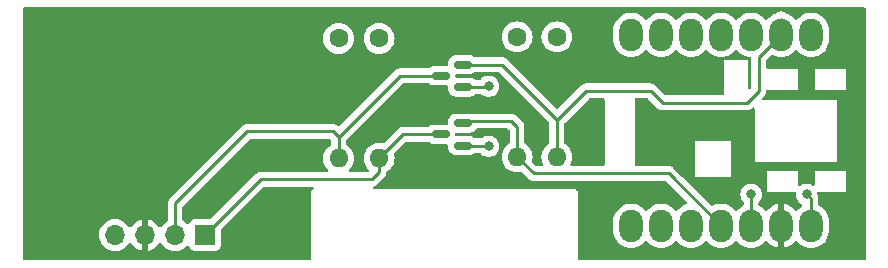
<source format=gbr>
%TF.GenerationSoftware,KiCad,Pcbnew,8.0.6*%
%TF.CreationDate,2024-11-24T09:52:55+11:00*%
%TF.ProjectId,cheating-calc,63686561-7469-46e6-972d-63616c632e6b,rev?*%
%TF.SameCoordinates,Original*%
%TF.FileFunction,Copper,L1,Top*%
%TF.FilePolarity,Positive*%
%FSLAX46Y46*%
G04 Gerber Fmt 4.6, Leading zero omitted, Abs format (unit mm)*
G04 Created by KiCad (PCBNEW 8.0.6) date 2024-11-24 09:52:55*
%MOMM*%
%LPD*%
G01*
G04 APERTURE LIST*
G04 Aperture macros list*
%AMRoundRect*
0 Rectangle with rounded corners*
0 $1 Rounding radius*
0 $2 $3 $4 $5 $6 $7 $8 $9 X,Y pos of 4 corners*
0 Add a 4 corners polygon primitive as box body*
4,1,4,$2,$3,$4,$5,$6,$7,$8,$9,$2,$3,0*
0 Add four circle primitives for the rounded corners*
1,1,$1+$1,$2,$3*
1,1,$1+$1,$4,$5*
1,1,$1+$1,$6,$7*
1,1,$1+$1,$8,$9*
0 Add four rect primitives between the rounded corners*
20,1,$1+$1,$2,$3,$4,$5,0*
20,1,$1+$1,$4,$5,$6,$7,0*
20,1,$1+$1,$6,$7,$8,$9,0*
20,1,$1+$1,$8,$9,$2,$3,0*%
G04 Aperture macros list end*
%TA.AperFunction,SMDPad,CuDef*%
%ADD10RoundRect,0.150000X0.587500X0.150000X-0.587500X0.150000X-0.587500X-0.150000X0.587500X-0.150000X0*%
%TD*%
%TA.AperFunction,ComponentPad*%
%ADD11R,1.700000X1.700000*%
%TD*%
%TA.AperFunction,ComponentPad*%
%ADD12O,1.700000X1.700000*%
%TD*%
%TA.AperFunction,ComponentPad*%
%ADD13C,1.600000*%
%TD*%
%TA.AperFunction,ComponentPad*%
%ADD14O,1.600000X1.600000*%
%TD*%
%TA.AperFunction,SMDPad,CuDef*%
%ADD15RoundRect,1.000000X-0.000010X0.375000X-0.000010X-0.375000X0.000010X-0.375000X0.000010X0.375000X0*%
%TD*%
%TA.AperFunction,ViaPad*%
%ADD16C,0.800000*%
%TD*%
%TA.AperFunction,Conductor*%
%ADD17C,0.250000*%
%TD*%
G04 APERTURE END LIST*
D10*
%TO.P,Q1,1,G*%
%TO.N,+3.3V*%
X122906000Y-64069000D03*
%TO.P,Q1,2,S*%
%TO.N,RING_GPIO*%
X122906000Y-62169000D03*
%TO.P,Q1,3,D*%
%TO.N,RING*%
X121031000Y-63119000D03*
%TD*%
D11*
%TO.P,J1,1,Pin_1*%
%TO.N,RING*%
X101092000Y-71628000D03*
D12*
%TO.P,J1,2,Pin_2*%
%TO.N,TIP*%
X98552000Y-71628000D03*
%TO.P,J1,3,Pin_3*%
%TO.N,GND*%
X96012000Y-71628000D03*
%TO.P,J1,4,Pin_4*%
%TO.N,+5V*%
X93472000Y-71628000D03*
%TD*%
D13*
%TO.P,R4,1*%
%TO.N,+5V*%
X112395000Y-54991000D03*
D14*
%TO.P,R4,2*%
%TO.N,TIP*%
X112395000Y-65151000D03*
%TD*%
D13*
%TO.P,R2,1*%
%TO.N,+3.3V*%
X130876000Y-54864000D03*
D14*
%TO.P,R2,2*%
%TO.N,TIP_GPIO*%
X130876000Y-65024000D03*
%TD*%
D15*
%TO.P,U1,1,PA02_A0_D0*%
%TO.N,unconnected-(U1-PA02_A0_D0-Pad1)*%
X152400000Y-54701000D03*
%TO.P,U1,2,PA4_A1_D1*%
%TO.N,TIP_GPIO*%
X149860000Y-54701000D03*
%TO.P,U1,3,PA10_A2_D2*%
%TO.N,unconnected-(U1-PA10_A2_D2-Pad3)*%
X147320000Y-54701000D03*
%TO.P,U1,4,PA11_A3_D3*%
%TO.N,unconnected-(U1-PA11_A3_D3-Pad4)*%
X144780000Y-54701000D03*
%TO.P,U1,5,PA8_A4_D4_SDA*%
%TO.N,unconnected-(U1-PA8_A4_D4_SDA-Pad5)*%
X142240000Y-54701000D03*
%TO.P,U1,6,PA9_A5_D5_SCL*%
%TO.N,unconnected-(U1-PA9_A5_D5_SCL-Pad6)*%
X139700000Y-54701000D03*
%TO.P,U1,7,PB08_A6_D6_TX*%
%TO.N,unconnected-(U1-PB08_A6_D6_TX-Pad7)*%
X137160000Y-54701000D03*
%TO.P,U1,8,PB09_A7_D7_RX*%
%TO.N,unconnected-(U1-PB09_A7_D7_RX-Pad8)*%
X137160000Y-70866000D03*
%TO.P,U1,9,PA7_A8_D8_SCK*%
%TO.N,unconnected-(U1-PA7_A8_D8_SCK-Pad9)*%
X139700000Y-70866000D03*
%TO.P,U1,10,PA5_A9_D9_MISO*%
%TO.N,unconnected-(U1-PA5_A9_D9_MISO-Pad10)*%
X142240000Y-70866000D03*
%TO.P,U1,11,PA6_A10_D10_MOSI*%
%TO.N,RING_GPIO*%
X144780000Y-70866000D03*
%TO.P,U1,12,3V3*%
%TO.N,+3.3V*%
X147320000Y-70866000D03*
%TO.P,U1,13,GND*%
%TO.N,GND*%
X149860000Y-70866000D03*
%TO.P,U1,14,5V*%
%TO.N,+5V*%
X152400000Y-70866000D03*
%TD*%
D13*
%TO.P,R3,1*%
%TO.N,+5V*%
X115824000Y-54991000D03*
D14*
%TO.P,R3,2*%
%TO.N,RING*%
X115824000Y-65151000D03*
%TD*%
D10*
%TO.P,Q2,1,G*%
%TO.N,+3.3V*%
X122906000Y-59116000D03*
%TO.P,Q2,2,S*%
%TO.N,TIP_GPIO*%
X122906000Y-57216000D03*
%TO.P,Q2,3,D*%
%TO.N,TIP*%
X121031000Y-58166000D03*
%TD*%
D13*
%TO.P,R1,1*%
%TO.N,+3.3V*%
X127508000Y-54864000D03*
D14*
%TO.P,R1,2*%
%TO.N,RING_GPIO*%
X127508000Y-65024000D03*
%TD*%
D16*
%TO.N,+5V*%
X152019000Y-68199000D03*
%TO.N,+3.3V*%
X147320000Y-68199000D03*
X125095000Y-64135000D03*
X125095000Y-59055000D03*
%TD*%
D17*
%TO.N,RING*%
X115824000Y-65151000D02*
X115824000Y-66294000D01*
X115824000Y-66294000D02*
X115189000Y-66929000D01*
X117856000Y-63119000D02*
X115824000Y-65151000D01*
X121031000Y-63119000D02*
X117856000Y-63119000D01*
X105791000Y-66929000D02*
X101092000Y-71628000D01*
X115189000Y-66929000D02*
X105791000Y-66929000D01*
%TO.N,TIP*%
X117602000Y-58166000D02*
X112395000Y-63373000D01*
X112395000Y-63373000D02*
X111887000Y-62865000D01*
X104648000Y-62865000D02*
X98552000Y-68961000D01*
X121031000Y-58166000D02*
X117602000Y-58166000D01*
X111887000Y-62865000D02*
X104648000Y-62865000D01*
X112395000Y-63373000D02*
X112395000Y-65151000D01*
X98552000Y-68961000D02*
X98552000Y-71628000D01*
%TO.N,RING_GPIO*%
X127508000Y-62508000D02*
X127000000Y-62000000D01*
X123075000Y-62000000D02*
X122906000Y-62169000D01*
X128905000Y-66421000D02*
X140335000Y-66421000D01*
X127508000Y-65024000D02*
X127508000Y-62508000D01*
X140335000Y-66421000D02*
X144780000Y-70866000D01*
X127000000Y-62000000D02*
X123075000Y-62000000D01*
X127508000Y-65024000D02*
X128905000Y-66421000D01*
%TO.N,TIP_GPIO*%
X146939000Y-60452000D02*
X139827000Y-60452000D01*
X130876000Y-65024000D02*
X130876000Y-61876000D01*
X149860000Y-54701000D02*
X149860000Y-53340000D01*
X147955000Y-59436000D02*
X146939000Y-60452000D01*
X133350000Y-59436000D02*
X130876000Y-61910000D01*
X130876000Y-61876000D02*
X126216000Y-57216000D01*
X147955000Y-56606000D02*
X147955000Y-59436000D01*
X149860000Y-54701000D02*
X147955000Y-56606000D01*
X126216000Y-57216000D02*
X122906000Y-57216000D01*
X139827000Y-60452000D02*
X138811000Y-59436000D01*
X130876000Y-61910000D02*
X130876000Y-65024000D01*
X138811000Y-59436000D02*
X133350000Y-59436000D01*
%TO.N,+5V*%
X152400000Y-70866000D02*
X152400000Y-68580000D01*
X152400000Y-68580000D02*
X152019000Y-68199000D01*
%TO.N,+3.3V*%
X122906000Y-64069000D02*
X125029000Y-64069000D01*
X122906000Y-59116000D02*
X125034000Y-59116000D01*
X125029000Y-64069000D02*
X125095000Y-64135000D01*
X147320000Y-70866000D02*
X147320000Y-68199000D01*
X125034000Y-59116000D02*
X125095000Y-59055000D01*
%TD*%
%TA.AperFunction,Conductor*%
%TO.N,GND*%
G36*
X156986802Y-52390185D02*
G01*
X157032557Y-52442989D01*
X157043763Y-52494500D01*
X157043763Y-73645704D01*
X157024078Y-73712743D01*
X156971274Y-73758498D01*
X156919763Y-73769704D01*
X132768733Y-73769704D01*
X132701694Y-73750019D01*
X132655939Y-73697215D01*
X132644733Y-73645704D01*
X132644733Y-68030490D01*
X132639441Y-68010740D01*
X132624254Y-67954062D01*
X132624250Y-67954055D01*
X132584697Y-67885546D01*
X132584691Y-67885538D01*
X132528745Y-67829592D01*
X132528737Y-67829586D01*
X132460228Y-67790033D01*
X132460223Y-67790030D01*
X132434746Y-67783203D01*
X132383795Y-67769551D01*
X115417634Y-67769551D01*
X115350595Y-67749866D01*
X115304840Y-67697062D01*
X115294896Y-67627904D01*
X115323921Y-67564348D01*
X115370177Y-67530992D01*
X115404787Y-67516654D01*
X115404786Y-67516654D01*
X115404792Y-67516652D01*
X115485286Y-67483312D01*
X115536509Y-67449084D01*
X115540386Y-67446494D01*
X115559057Y-67434018D01*
X115587733Y-67414858D01*
X115674858Y-67327733D01*
X115674859Y-67327730D01*
X116309858Y-66692733D01*
X116378312Y-66590285D01*
X116425463Y-66476451D01*
X116437400Y-66416440D01*
X116449501Y-66355608D01*
X116449729Y-66353293D01*
X116450187Y-66352157D01*
X116450690Y-66349631D01*
X116451169Y-66349726D01*
X116475888Y-66288506D01*
X116502007Y-66263871D01*
X116663139Y-66151047D01*
X116824047Y-65990139D01*
X116954568Y-65803734D01*
X117050739Y-65597496D01*
X117109635Y-65377692D01*
X117129468Y-65151000D01*
X117109635Y-64924308D01*
X117091318Y-64855947D01*
X117092981Y-64786101D01*
X117123410Y-64736178D01*
X118078771Y-63780819D01*
X118140094Y-63747334D01*
X118166452Y-63744500D01*
X119947691Y-63744500D01*
X120014730Y-63764185D01*
X120035372Y-63780819D01*
X120041629Y-63787076D01*
X120041633Y-63787079D01*
X120041635Y-63787081D01*
X120183102Y-63870744D01*
X120204119Y-63876850D01*
X120340926Y-63916597D01*
X120340929Y-63916597D01*
X120340931Y-63916598D01*
X120377806Y-63919500D01*
X121544000Y-63919500D01*
X121611039Y-63939185D01*
X121656794Y-63991989D01*
X121668000Y-64043500D01*
X121668000Y-64284701D01*
X121670901Y-64321567D01*
X121670902Y-64321573D01*
X121716754Y-64479393D01*
X121716755Y-64479396D01*
X121716756Y-64479398D01*
X121727915Y-64498267D01*
X121800417Y-64620862D01*
X121800423Y-64620870D01*
X121916629Y-64737076D01*
X121916633Y-64737079D01*
X121916635Y-64737081D01*
X122058102Y-64820744D01*
X122099724Y-64832836D01*
X122215926Y-64866597D01*
X122215929Y-64866597D01*
X122215931Y-64866598D01*
X122252806Y-64869500D01*
X122252814Y-64869500D01*
X123559186Y-64869500D01*
X123559194Y-64869500D01*
X123596069Y-64866598D01*
X123596071Y-64866597D01*
X123596073Y-64866597D01*
X123637691Y-64854505D01*
X123753898Y-64820744D01*
X123895365Y-64737081D01*
X123896918Y-64735528D01*
X123901628Y-64730819D01*
X123962951Y-64697334D01*
X123989309Y-64694500D01*
X124331825Y-64694500D01*
X124398864Y-64714185D01*
X124423975Y-64735528D01*
X124489123Y-64807883D01*
X124489130Y-64807889D01*
X124642265Y-64919148D01*
X124642270Y-64919151D01*
X124815192Y-64996142D01*
X124815197Y-64996144D01*
X125000354Y-65035500D01*
X125000355Y-65035500D01*
X125189644Y-65035500D01*
X125189646Y-65035500D01*
X125374803Y-64996144D01*
X125547730Y-64919151D01*
X125700871Y-64807888D01*
X125827533Y-64667216D01*
X125922179Y-64503284D01*
X125980674Y-64323256D01*
X126000460Y-64135000D01*
X125980674Y-63946744D01*
X125922179Y-63766716D01*
X125827533Y-63602784D01*
X125700871Y-63462112D01*
X125674976Y-63443298D01*
X125547734Y-63350851D01*
X125547729Y-63350848D01*
X125374807Y-63273857D01*
X125374802Y-63273855D01*
X125229001Y-63242865D01*
X125189646Y-63234500D01*
X125000354Y-63234500D01*
X124967897Y-63241398D01*
X124815197Y-63273855D01*
X124815192Y-63273857D01*
X124642270Y-63350848D01*
X124642265Y-63350851D01*
X124547341Y-63419818D01*
X124481535Y-63443298D01*
X124474456Y-63443500D01*
X123989309Y-63443500D01*
X123922270Y-63423815D01*
X123901628Y-63407181D01*
X123895370Y-63400923D01*
X123895362Y-63400917D01*
X123753896Y-63317255D01*
X123753893Y-63317254D01*
X123596073Y-63271402D01*
X123596067Y-63271401D01*
X123559201Y-63268500D01*
X123559194Y-63268500D01*
X122393000Y-63268500D01*
X122325961Y-63248815D01*
X122280206Y-63196011D01*
X122269000Y-63144500D01*
X122269000Y-63093500D01*
X122288685Y-63026461D01*
X122341489Y-62980706D01*
X122393000Y-62969500D01*
X123559186Y-62969500D01*
X123559194Y-62969500D01*
X123596069Y-62966598D01*
X123596071Y-62966597D01*
X123596073Y-62966597D01*
X123637691Y-62954505D01*
X123753898Y-62920744D01*
X123895365Y-62837081D01*
X124011581Y-62720865D01*
X124031976Y-62686379D01*
X124083045Y-62638696D01*
X124138708Y-62625500D01*
X126689548Y-62625500D01*
X126756587Y-62645185D01*
X126777229Y-62661819D01*
X126846181Y-62730771D01*
X126879666Y-62792094D01*
X126882500Y-62818452D01*
X126882500Y-63809811D01*
X126862815Y-63876850D01*
X126829623Y-63911386D01*
X126668859Y-64023953D01*
X126507954Y-64184858D01*
X126377432Y-64371265D01*
X126377431Y-64371267D01*
X126281261Y-64577502D01*
X126281258Y-64577511D01*
X126222366Y-64797302D01*
X126222364Y-64797313D01*
X126202532Y-65023998D01*
X126202532Y-65024001D01*
X126222364Y-65250686D01*
X126222366Y-65250697D01*
X126281258Y-65470488D01*
X126281261Y-65470497D01*
X126377431Y-65676732D01*
X126377432Y-65676734D01*
X126507954Y-65863141D01*
X126668858Y-66024045D01*
X126715693Y-66056839D01*
X126855266Y-66154568D01*
X127061504Y-66250739D01*
X127281308Y-66309635D01*
X127438791Y-66323413D01*
X127507998Y-66329468D01*
X127508000Y-66329468D01*
X127508002Y-66329468D01*
X127575654Y-66323549D01*
X127734692Y-66309635D01*
X127803048Y-66291319D01*
X127872897Y-66292982D01*
X127922822Y-66323413D01*
X128419141Y-66819732D01*
X128419142Y-66819733D01*
X128506267Y-66906858D01*
X128506268Y-66906859D01*
X128608707Y-66975307D01*
X128608713Y-66975310D01*
X128608714Y-66975311D01*
X128722548Y-67022463D01*
X128782971Y-67034481D01*
X128843393Y-67046500D01*
X128843394Y-67046500D01*
X140024548Y-67046500D01*
X140091587Y-67066185D01*
X140112229Y-67082819D01*
X141869064Y-68839654D01*
X141902549Y-68900977D01*
X141897565Y-68970669D01*
X141855693Y-69026602D01*
X141814868Y-69045064D01*
X141815293Y-69046490D01*
X141810374Y-69047953D01*
X141578730Y-69138342D01*
X141365097Y-69265639D01*
X141175350Y-69426348D01*
X141175348Y-69426350D01*
X141064622Y-69557084D01*
X141006273Y-69595519D01*
X140936408Y-69596306D01*
X140877208Y-69559197D01*
X140875378Y-69557084D01*
X140764651Y-69426350D01*
X140764649Y-69426348D01*
X140574902Y-69265639D01*
X140475187Y-69206222D01*
X140361273Y-69138344D01*
X140361271Y-69138343D01*
X140361269Y-69138342D01*
X140129625Y-69047953D01*
X140129615Y-69047950D01*
X139886238Y-68996919D01*
X139886235Y-68996918D01*
X139782850Y-68990500D01*
X139782842Y-68990500D01*
X139617158Y-68990500D01*
X139617149Y-68990500D01*
X139513764Y-68996918D01*
X139513761Y-68996919D01*
X139270384Y-69047950D01*
X139270374Y-69047953D01*
X139038730Y-69138342D01*
X138825097Y-69265639D01*
X138635350Y-69426348D01*
X138635348Y-69426350D01*
X138524622Y-69557084D01*
X138466273Y-69595519D01*
X138396408Y-69596306D01*
X138337208Y-69559197D01*
X138335378Y-69557084D01*
X138224651Y-69426350D01*
X138224649Y-69426348D01*
X138034902Y-69265639D01*
X137935187Y-69206222D01*
X137821273Y-69138344D01*
X137821271Y-69138343D01*
X137821269Y-69138342D01*
X137589625Y-69047953D01*
X137589615Y-69047950D01*
X137346238Y-68996919D01*
X137346235Y-68996918D01*
X137242850Y-68990500D01*
X137242842Y-68990500D01*
X137077158Y-68990500D01*
X137077149Y-68990500D01*
X136973764Y-68996918D01*
X136973761Y-68996919D01*
X136730384Y-69047950D01*
X136730374Y-69047953D01*
X136498730Y-69138342D01*
X136285097Y-69265639D01*
X136095350Y-69426348D01*
X136095348Y-69426350D01*
X135934639Y-69616097D01*
X135807342Y-69829730D01*
X135716953Y-70061374D01*
X135716950Y-70061384D01*
X135665919Y-70304761D01*
X135665918Y-70304764D01*
X135659500Y-70408149D01*
X135659500Y-71323850D01*
X135665918Y-71427235D01*
X135665919Y-71427238D01*
X135716950Y-71670615D01*
X135716953Y-71670625D01*
X135807342Y-71902269D01*
X135807344Y-71902273D01*
X135934634Y-72115894D01*
X135934639Y-72115902D01*
X136095348Y-72305649D01*
X136095350Y-72305651D01*
X136285097Y-72466360D01*
X136285103Y-72466363D01*
X136285106Y-72466366D01*
X136498727Y-72593656D01*
X136498730Y-72593657D01*
X136730374Y-72684046D01*
X136730381Y-72684048D01*
X136730386Y-72684050D01*
X136973763Y-72735081D01*
X137077158Y-72741500D01*
X137077169Y-72741500D01*
X137242831Y-72741500D01*
X137242842Y-72741500D01*
X137346237Y-72735081D01*
X137589614Y-72684050D01*
X137589621Y-72684046D01*
X137589625Y-72684046D01*
X137668980Y-72653080D01*
X137821273Y-72593656D01*
X138034894Y-72466366D01*
X138034898Y-72466361D01*
X138034902Y-72466360D01*
X138224649Y-72305651D01*
X138224650Y-72305650D01*
X138335378Y-72174915D01*
X138393726Y-72136480D01*
X138463591Y-72135693D01*
X138522792Y-72172802D01*
X138524622Y-72174915D01*
X138635349Y-72305650D01*
X138635350Y-72305651D01*
X138825097Y-72466360D01*
X138825103Y-72466363D01*
X138825106Y-72466366D01*
X139038727Y-72593656D01*
X139038730Y-72593657D01*
X139270374Y-72684046D01*
X139270381Y-72684048D01*
X139270386Y-72684050D01*
X139513763Y-72735081D01*
X139617158Y-72741500D01*
X139617169Y-72741500D01*
X139782831Y-72741500D01*
X139782842Y-72741500D01*
X139886237Y-72735081D01*
X140129614Y-72684050D01*
X140129621Y-72684046D01*
X140129625Y-72684046D01*
X140208980Y-72653080D01*
X140361273Y-72593656D01*
X140574894Y-72466366D01*
X140574898Y-72466361D01*
X140574902Y-72466360D01*
X140764649Y-72305651D01*
X140764650Y-72305650D01*
X140875378Y-72174915D01*
X140933726Y-72136480D01*
X141003591Y-72135693D01*
X141062792Y-72172802D01*
X141064622Y-72174915D01*
X141175349Y-72305650D01*
X141175350Y-72305651D01*
X141365097Y-72466360D01*
X141365103Y-72466363D01*
X141365106Y-72466366D01*
X141578727Y-72593656D01*
X141578730Y-72593657D01*
X141810374Y-72684046D01*
X141810381Y-72684048D01*
X141810386Y-72684050D01*
X142053763Y-72735081D01*
X142157158Y-72741500D01*
X142157169Y-72741500D01*
X142322831Y-72741500D01*
X142322842Y-72741500D01*
X142426237Y-72735081D01*
X142669614Y-72684050D01*
X142669621Y-72684046D01*
X142669625Y-72684046D01*
X142748980Y-72653080D01*
X142901273Y-72593656D01*
X143114894Y-72466366D01*
X143114898Y-72466361D01*
X143114902Y-72466360D01*
X143304649Y-72305651D01*
X143304650Y-72305650D01*
X143415378Y-72174915D01*
X143473726Y-72136480D01*
X143543591Y-72135693D01*
X143602792Y-72172802D01*
X143604622Y-72174915D01*
X143715349Y-72305650D01*
X143715350Y-72305651D01*
X143905097Y-72466360D01*
X143905103Y-72466363D01*
X143905106Y-72466366D01*
X144118727Y-72593656D01*
X144118730Y-72593657D01*
X144350374Y-72684046D01*
X144350381Y-72684048D01*
X144350386Y-72684050D01*
X144593763Y-72735081D01*
X144697158Y-72741500D01*
X144697169Y-72741500D01*
X144862831Y-72741500D01*
X144862842Y-72741500D01*
X144966237Y-72735081D01*
X145209614Y-72684050D01*
X145209621Y-72684046D01*
X145209625Y-72684046D01*
X145288980Y-72653080D01*
X145441273Y-72593656D01*
X145654894Y-72466366D01*
X145654898Y-72466361D01*
X145654902Y-72466360D01*
X145844649Y-72305651D01*
X145844650Y-72305650D01*
X145955378Y-72174915D01*
X146013726Y-72136480D01*
X146083591Y-72135693D01*
X146142792Y-72172802D01*
X146144622Y-72174915D01*
X146255349Y-72305650D01*
X146255350Y-72305651D01*
X146445097Y-72466360D01*
X146445103Y-72466363D01*
X146445106Y-72466366D01*
X146658727Y-72593656D01*
X146658730Y-72593657D01*
X146890374Y-72684046D01*
X146890381Y-72684048D01*
X146890386Y-72684050D01*
X147133763Y-72735081D01*
X147237158Y-72741500D01*
X147237169Y-72741500D01*
X147402831Y-72741500D01*
X147402842Y-72741500D01*
X147506237Y-72735081D01*
X147749614Y-72684050D01*
X147749621Y-72684046D01*
X147749625Y-72684046D01*
X147828980Y-72653080D01*
X147981273Y-72593656D01*
X148194894Y-72466366D01*
X148194898Y-72466361D01*
X148194902Y-72466360D01*
X148321398Y-72359222D01*
X148384650Y-72305650D01*
X148495706Y-72174526D01*
X148554053Y-72136093D01*
X148623918Y-72135306D01*
X148683118Y-72172415D01*
X148684949Y-72174527D01*
X148795707Y-72305298D01*
X148985391Y-72465953D01*
X149198950Y-72593206D01*
X149430517Y-72683564D01*
X149430527Y-72683567D01*
X149610000Y-72721198D01*
X149610000Y-69010800D01*
X149609999Y-69010800D01*
X149430527Y-69048432D01*
X149430519Y-69048434D01*
X149198950Y-69138793D01*
X148985391Y-69266046D01*
X148795707Y-69426702D01*
X148684949Y-69557472D01*
X148626600Y-69595906D01*
X148556735Y-69596693D01*
X148497535Y-69559583D01*
X148495705Y-69557471D01*
X148384650Y-69426349D01*
X148384649Y-69426348D01*
X148194902Y-69265639D01*
X148194894Y-69265634D01*
X148006025Y-69153092D01*
X147958512Y-69101867D01*
X147945500Y-69046571D01*
X147945500Y-68897687D01*
X147965185Y-68830648D01*
X147977350Y-68814715D01*
X147995891Y-68794122D01*
X148052533Y-68731216D01*
X148147179Y-68567284D01*
X148205674Y-68387256D01*
X148225460Y-68199000D01*
X148205674Y-68010744D01*
X148190161Y-67963000D01*
X148631000Y-67963000D01*
X151000629Y-67963000D01*
X151067668Y-67982685D01*
X151113423Y-68035489D01*
X151123949Y-68099958D01*
X151113540Y-68199000D01*
X151133326Y-68387256D01*
X151133327Y-68387259D01*
X151191818Y-68567277D01*
X151191821Y-68567284D01*
X151286467Y-68731216D01*
X151329086Y-68778549D01*
X151413129Y-68871888D01*
X151566265Y-68983148D01*
X151566266Y-68983148D01*
X151566270Y-68983151D01*
X151595455Y-68996145D01*
X151648692Y-69041395D01*
X151669013Y-69108244D01*
X151649968Y-69175468D01*
X151608494Y-69215945D01*
X151554198Y-69248298D01*
X151525097Y-69265639D01*
X151335352Y-69426346D01*
X151224294Y-69557472D01*
X151165945Y-69595906D01*
X151096080Y-69596693D01*
X151036880Y-69559584D01*
X151035050Y-69557471D01*
X150924296Y-69426705D01*
X150924294Y-69426703D01*
X150734608Y-69266046D01*
X150521049Y-69138793D01*
X150289480Y-69048434D01*
X150289472Y-69048432D01*
X150110000Y-69010800D01*
X150110000Y-72721198D01*
X150289472Y-72683567D01*
X150289482Y-72683564D01*
X150521049Y-72593206D01*
X150734608Y-72465953D01*
X150924291Y-72305298D01*
X151035048Y-72174528D01*
X151093397Y-72136093D01*
X151163262Y-72135305D01*
X151222462Y-72172415D01*
X151224293Y-72174527D01*
X151335352Y-72305653D01*
X151525097Y-72466360D01*
X151525103Y-72466363D01*
X151525106Y-72466366D01*
X151738727Y-72593656D01*
X151738730Y-72593657D01*
X151970374Y-72684046D01*
X151970381Y-72684048D01*
X151970386Y-72684050D01*
X152213763Y-72735081D01*
X152317158Y-72741500D01*
X152317169Y-72741500D01*
X152482831Y-72741500D01*
X152482842Y-72741500D01*
X152586237Y-72735081D01*
X152829614Y-72684050D01*
X152829621Y-72684046D01*
X152829625Y-72684046D01*
X152908980Y-72653080D01*
X153061273Y-72593656D01*
X153274894Y-72466366D01*
X153274898Y-72466361D01*
X153274902Y-72466360D01*
X153464649Y-72305651D01*
X153464651Y-72305649D01*
X153625360Y-72115902D01*
X153625361Y-72115898D01*
X153625366Y-72115894D01*
X153752656Y-71902273D01*
X153843050Y-71670614D01*
X153894081Y-71427237D01*
X153900500Y-71323842D01*
X153900500Y-70408158D01*
X153894081Y-70304763D01*
X153843050Y-70061386D01*
X153843048Y-70061381D01*
X153843046Y-70061374D01*
X153752657Y-69829730D01*
X153752656Y-69829727D01*
X153625366Y-69616106D01*
X153625363Y-69616103D01*
X153625360Y-69616097D01*
X153464651Y-69426350D01*
X153464649Y-69426348D01*
X153274902Y-69265639D01*
X153274894Y-69265634D01*
X153086025Y-69153092D01*
X153038512Y-69101867D01*
X153025500Y-69046571D01*
X153025500Y-68518393D01*
X153025499Y-68518389D01*
X153001464Y-68397555D01*
X153001463Y-68397548D01*
X152954311Y-68283714D01*
X152945356Y-68270313D01*
X152924480Y-68203636D01*
X152924460Y-68201424D01*
X152924460Y-68199003D01*
X152924460Y-68199000D01*
X152914050Y-68099958D01*
X152926619Y-68031232D01*
X152974351Y-67980208D01*
X153037371Y-67963000D01*
X155362000Y-67963000D01*
X155362000Y-66185000D01*
X152695000Y-66185000D01*
X152695000Y-67333700D01*
X152675315Y-67400739D01*
X152622511Y-67446494D01*
X152553353Y-67456438D01*
X152498115Y-67434018D01*
X152471734Y-67414851D01*
X152471729Y-67414848D01*
X152298807Y-67337857D01*
X152298802Y-67337855D01*
X152153001Y-67306865D01*
X152113646Y-67298500D01*
X151924354Y-67298500D01*
X151891897Y-67305398D01*
X151739197Y-67337855D01*
X151739192Y-67337857D01*
X151566271Y-67414848D01*
X151494885Y-67466713D01*
X151429078Y-67490192D01*
X151361024Y-67474366D01*
X151312330Y-67424260D01*
X151298000Y-67366394D01*
X151298000Y-66185000D01*
X148631000Y-66185000D01*
X148631000Y-67963000D01*
X148190161Y-67963000D01*
X148147179Y-67830716D01*
X148052533Y-67666784D01*
X147925871Y-67526112D01*
X147925870Y-67526111D01*
X147772734Y-67414851D01*
X147772729Y-67414848D01*
X147599807Y-67337857D01*
X147599802Y-67337855D01*
X147454001Y-67306865D01*
X147414646Y-67298500D01*
X147225354Y-67298500D01*
X147192897Y-67305398D01*
X147040197Y-67337855D01*
X147040192Y-67337857D01*
X146867270Y-67414848D01*
X146867265Y-67414851D01*
X146714129Y-67526111D01*
X146587466Y-67666785D01*
X146492821Y-67830715D01*
X146492818Y-67830722D01*
X146443443Y-67982685D01*
X146434326Y-68010744D01*
X146414540Y-68199000D01*
X146434326Y-68387256D01*
X146434327Y-68387259D01*
X146492818Y-68567277D01*
X146492821Y-68567284D01*
X146587467Y-68731216D01*
X146630076Y-68778538D01*
X146662650Y-68814715D01*
X146692880Y-68877706D01*
X146694500Y-68897687D01*
X146694500Y-69046571D01*
X146674815Y-69113610D01*
X146633975Y-69153092D01*
X146544813Y-69206222D01*
X146445097Y-69265639D01*
X146255350Y-69426348D01*
X146255348Y-69426350D01*
X146144622Y-69557084D01*
X146086273Y-69595519D01*
X146016408Y-69596306D01*
X145957208Y-69559197D01*
X145955378Y-69557084D01*
X145844651Y-69426350D01*
X145844649Y-69426348D01*
X145654902Y-69265639D01*
X145555187Y-69206222D01*
X145441273Y-69138344D01*
X145441271Y-69138343D01*
X145441269Y-69138342D01*
X145209625Y-69047953D01*
X145209615Y-69047950D01*
X144966238Y-68996919D01*
X144966235Y-68996918D01*
X144862850Y-68990500D01*
X144862842Y-68990500D01*
X144697158Y-68990500D01*
X144697149Y-68990500D01*
X144593764Y-68996918D01*
X144593761Y-68996919D01*
X144350384Y-69047950D01*
X144350374Y-69047953D01*
X144118728Y-69138343D01*
X144118727Y-69138343D01*
X144087721Y-69156819D01*
X144020054Y-69174225D01*
X143953719Y-69152284D01*
X143936567Y-69137977D01*
X141491590Y-66693000D01*
X142535000Y-66693000D01*
X145583000Y-66693000D01*
X145583000Y-63645000D01*
X142535000Y-63645000D01*
X142535000Y-66693000D01*
X141491590Y-66693000D01*
X140825198Y-66026608D01*
X140825178Y-66026586D01*
X140733733Y-65935141D01*
X140682509Y-65900915D01*
X140631287Y-65866689D01*
X140631286Y-65866688D01*
X140631283Y-65866686D01*
X140631280Y-65866685D01*
X140550792Y-65833347D01*
X140517453Y-65819537D01*
X140507427Y-65817543D01*
X140457029Y-65807518D01*
X140396610Y-65795500D01*
X140396607Y-65795500D01*
X140396606Y-65795500D01*
X137579000Y-65795500D01*
X137511961Y-65775815D01*
X137466206Y-65723011D01*
X137455000Y-65671500D01*
X137455000Y-60185500D01*
X137474685Y-60118461D01*
X137527489Y-60072706D01*
X137579000Y-60061500D01*
X138500548Y-60061500D01*
X138567587Y-60081185D01*
X138588229Y-60097819D01*
X139338016Y-60847606D01*
X139338045Y-60847637D01*
X139428264Y-60937856D01*
X139428267Y-60937858D01*
X139479490Y-60972084D01*
X139530714Y-61006312D01*
X139530715Y-61006312D01*
X139530716Y-61006313D01*
X139570960Y-61022982D01*
X139611207Y-61039652D01*
X139644548Y-61053463D01*
X139704971Y-61065481D01*
X139765393Y-61077500D01*
X147000607Y-61077500D01*
X147061029Y-61065481D01*
X147121452Y-61053463D01*
X147121455Y-61053461D01*
X147121458Y-61053461D01*
X147154787Y-61039654D01*
X147154786Y-61039654D01*
X147154792Y-61039652D01*
X147235286Y-61006312D01*
X147286509Y-60972084D01*
X147286511Y-60972083D01*
X147313255Y-60954213D01*
X147337733Y-60937858D01*
X147403320Y-60872270D01*
X147464641Y-60838787D01*
X147534333Y-60843771D01*
X147590267Y-60885642D01*
X147614684Y-60951106D01*
X147615000Y-60959953D01*
X147615000Y-65423000D01*
X154600000Y-65423000D01*
X154600000Y-60216000D01*
X148358951Y-60216000D01*
X148291912Y-60196315D01*
X148246157Y-60143511D01*
X148236213Y-60074353D01*
X148265238Y-60010797D01*
X148271251Y-60004337D01*
X148353729Y-59921860D01*
X148353733Y-59921858D01*
X148440858Y-59834733D01*
X148493800Y-59755500D01*
X148509312Y-59732286D01*
X148556463Y-59618451D01*
X148580500Y-59497607D01*
X148580500Y-59451000D01*
X148600185Y-59383961D01*
X148652989Y-59338206D01*
X148704500Y-59327000D01*
X151298000Y-59327000D01*
X152695000Y-59327000D01*
X155362000Y-59327000D01*
X155362000Y-57549000D01*
X152695000Y-57549000D01*
X152695000Y-59327000D01*
X151298000Y-59327000D01*
X151298000Y-57549000D01*
X148704500Y-57549000D01*
X148637461Y-57529315D01*
X148591706Y-57476511D01*
X148580500Y-57425000D01*
X148580500Y-56916451D01*
X148600185Y-56849412D01*
X148616815Y-56828774D01*
X149016568Y-56429020D01*
X149077889Y-56395537D01*
X149147580Y-56400521D01*
X149167718Y-56410178D01*
X149198727Y-56428656D01*
X149198730Y-56428657D01*
X149430374Y-56519046D01*
X149430381Y-56519048D01*
X149430386Y-56519050D01*
X149673763Y-56570081D01*
X149777158Y-56576500D01*
X149777169Y-56576500D01*
X149942831Y-56576500D01*
X149942842Y-56576500D01*
X150046237Y-56570081D01*
X150289614Y-56519050D01*
X150289621Y-56519046D01*
X150289625Y-56519046D01*
X150430038Y-56464256D01*
X150521273Y-56428656D01*
X150734894Y-56301366D01*
X150734898Y-56301361D01*
X150734902Y-56301360D01*
X150924649Y-56140651D01*
X150924650Y-56140650D01*
X151035378Y-56009915D01*
X151093726Y-55971480D01*
X151163591Y-55970693D01*
X151222792Y-56007802D01*
X151224622Y-56009915D01*
X151335349Y-56140650D01*
X151335350Y-56140651D01*
X151525097Y-56301360D01*
X151525103Y-56301363D01*
X151525106Y-56301366D01*
X151738727Y-56428656D01*
X151738730Y-56428657D01*
X151970374Y-56519046D01*
X151970381Y-56519048D01*
X151970386Y-56519050D01*
X152213763Y-56570081D01*
X152317158Y-56576500D01*
X152317169Y-56576500D01*
X152482831Y-56576500D01*
X152482842Y-56576500D01*
X152586237Y-56570081D01*
X152829614Y-56519050D01*
X152829621Y-56519046D01*
X152829625Y-56519046D01*
X152970038Y-56464256D01*
X153061273Y-56428656D01*
X153274894Y-56301366D01*
X153274898Y-56301361D01*
X153274902Y-56301360D01*
X153464649Y-56140651D01*
X153464651Y-56140649D01*
X153625360Y-55950902D01*
X153625361Y-55950898D01*
X153625366Y-55950894D01*
X153752656Y-55737273D01*
X153843050Y-55505614D01*
X153894081Y-55262237D01*
X153900500Y-55158842D01*
X153900500Y-54243158D01*
X153894081Y-54139763D01*
X153843050Y-53896386D01*
X153843048Y-53896381D01*
X153843046Y-53896374D01*
X153752657Y-53664730D01*
X153752656Y-53664727D01*
X153625366Y-53451106D01*
X153625363Y-53451103D01*
X153625360Y-53451097D01*
X153464651Y-53261350D01*
X153464649Y-53261348D01*
X153274902Y-53100639D01*
X153274894Y-53100634D01*
X153061273Y-52973344D01*
X153061271Y-52973343D01*
X153061269Y-52973342D01*
X152829625Y-52882953D01*
X152829615Y-52882950D01*
X152586238Y-52831919D01*
X152586235Y-52831918D01*
X152482850Y-52825500D01*
X152482842Y-52825500D01*
X152317158Y-52825500D01*
X152317149Y-52825500D01*
X152213764Y-52831918D01*
X152213761Y-52831919D01*
X151970384Y-52882950D01*
X151970374Y-52882953D01*
X151738730Y-52973342D01*
X151525097Y-53100639D01*
X151335350Y-53261348D01*
X151335348Y-53261350D01*
X151224622Y-53392084D01*
X151166273Y-53430519D01*
X151096408Y-53431306D01*
X151037208Y-53394197D01*
X151035378Y-53392084D01*
X150924651Y-53261350D01*
X150924649Y-53261348D01*
X150734902Y-53100639D01*
X150734894Y-53100634D01*
X150521273Y-52973344D01*
X150521271Y-52973343D01*
X150521269Y-52973342D01*
X150310435Y-52891074D01*
X150267827Y-52863236D01*
X150258733Y-52854142D01*
X150225474Y-52831919D01*
X150156292Y-52785692D01*
X150156283Y-52785687D01*
X150042454Y-52738538D01*
X150042455Y-52738538D01*
X150042452Y-52738537D01*
X150042448Y-52738536D01*
X150042444Y-52738535D01*
X149921610Y-52714500D01*
X149921606Y-52714500D01*
X149798394Y-52714500D01*
X149798389Y-52714500D01*
X149677555Y-52738535D01*
X149677545Y-52738538D01*
X149563716Y-52785687D01*
X149563708Y-52785692D01*
X149461265Y-52854143D01*
X149461264Y-52854143D01*
X149452166Y-52863242D01*
X149409564Y-52891074D01*
X149198729Y-52973343D01*
X148985097Y-53100639D01*
X148795350Y-53261348D01*
X148795348Y-53261350D01*
X148684622Y-53392084D01*
X148626273Y-53430519D01*
X148556408Y-53431306D01*
X148497208Y-53394197D01*
X148495378Y-53392084D01*
X148384651Y-53261350D01*
X148384649Y-53261348D01*
X148194902Y-53100639D01*
X148194894Y-53100634D01*
X147981273Y-52973344D01*
X147981271Y-52973343D01*
X147981269Y-52973342D01*
X147749625Y-52882953D01*
X147749615Y-52882950D01*
X147506238Y-52831919D01*
X147506235Y-52831918D01*
X147402850Y-52825500D01*
X147402842Y-52825500D01*
X147237158Y-52825500D01*
X147237149Y-52825500D01*
X147133764Y-52831918D01*
X147133761Y-52831919D01*
X146890384Y-52882950D01*
X146890374Y-52882953D01*
X146658730Y-52973342D01*
X146445097Y-53100639D01*
X146255350Y-53261348D01*
X146255348Y-53261350D01*
X146144622Y-53392084D01*
X146086273Y-53430519D01*
X146016408Y-53431306D01*
X145957208Y-53394197D01*
X145955378Y-53392084D01*
X145844651Y-53261350D01*
X145844649Y-53261348D01*
X145654902Y-53100639D01*
X145654894Y-53100634D01*
X145441273Y-52973344D01*
X145441271Y-52973343D01*
X145441269Y-52973342D01*
X145209625Y-52882953D01*
X145209615Y-52882950D01*
X144966238Y-52831919D01*
X144966235Y-52831918D01*
X144862850Y-52825500D01*
X144862842Y-52825500D01*
X144697158Y-52825500D01*
X144697149Y-52825500D01*
X144593764Y-52831918D01*
X144593761Y-52831919D01*
X144350384Y-52882950D01*
X144350374Y-52882953D01*
X144118730Y-52973342D01*
X143905097Y-53100639D01*
X143715350Y-53261348D01*
X143715348Y-53261350D01*
X143604622Y-53392084D01*
X143546273Y-53430519D01*
X143476408Y-53431306D01*
X143417208Y-53394197D01*
X143415378Y-53392084D01*
X143304651Y-53261350D01*
X143304649Y-53261348D01*
X143114902Y-53100639D01*
X143114894Y-53100634D01*
X142901273Y-52973344D01*
X142901271Y-52973343D01*
X142901269Y-52973342D01*
X142669625Y-52882953D01*
X142669615Y-52882950D01*
X142426238Y-52831919D01*
X142426235Y-52831918D01*
X142322850Y-52825500D01*
X142322842Y-52825500D01*
X142157158Y-52825500D01*
X142157149Y-52825500D01*
X142053764Y-52831918D01*
X142053761Y-52831919D01*
X141810384Y-52882950D01*
X141810374Y-52882953D01*
X141578730Y-52973342D01*
X141365097Y-53100639D01*
X141175350Y-53261348D01*
X141175348Y-53261350D01*
X141064622Y-53392084D01*
X141006273Y-53430519D01*
X140936408Y-53431306D01*
X140877208Y-53394197D01*
X140875378Y-53392084D01*
X140764651Y-53261350D01*
X140764649Y-53261348D01*
X140574902Y-53100639D01*
X140574894Y-53100634D01*
X140361273Y-52973344D01*
X140361271Y-52973343D01*
X140361269Y-52973342D01*
X140129625Y-52882953D01*
X140129615Y-52882950D01*
X139886238Y-52831919D01*
X139886235Y-52831918D01*
X139782850Y-52825500D01*
X139782842Y-52825500D01*
X139617158Y-52825500D01*
X139617149Y-52825500D01*
X139513764Y-52831918D01*
X139513761Y-52831919D01*
X139270384Y-52882950D01*
X139270374Y-52882953D01*
X139038730Y-52973342D01*
X138825097Y-53100639D01*
X138635350Y-53261348D01*
X138635348Y-53261350D01*
X138524622Y-53392084D01*
X138466273Y-53430519D01*
X138396408Y-53431306D01*
X138337208Y-53394197D01*
X138335378Y-53392084D01*
X138224651Y-53261350D01*
X138224649Y-53261348D01*
X138034902Y-53100639D01*
X138034894Y-53100634D01*
X137821273Y-52973344D01*
X137821271Y-52973343D01*
X137821269Y-52973342D01*
X137589625Y-52882953D01*
X137589615Y-52882950D01*
X137346238Y-52831919D01*
X137346235Y-52831918D01*
X137242850Y-52825500D01*
X137242842Y-52825500D01*
X137077158Y-52825500D01*
X137077149Y-52825500D01*
X136973764Y-52831918D01*
X136973761Y-52831919D01*
X136730384Y-52882950D01*
X136730374Y-52882953D01*
X136498730Y-52973342D01*
X136285097Y-53100639D01*
X136095350Y-53261348D01*
X136095348Y-53261350D01*
X135934639Y-53451097D01*
X135807342Y-53664730D01*
X135716953Y-53896374D01*
X135716950Y-53896384D01*
X135665919Y-54139761D01*
X135665918Y-54139764D01*
X135659500Y-54243149D01*
X135659500Y-55158850D01*
X135665918Y-55262235D01*
X135665919Y-55262238D01*
X135716950Y-55505615D01*
X135716953Y-55505625D01*
X135807342Y-55737269D01*
X135807344Y-55737273D01*
X135882885Y-55864047D01*
X135934639Y-55950902D01*
X136095348Y-56140649D01*
X136095350Y-56140651D01*
X136285097Y-56301360D01*
X136285103Y-56301363D01*
X136285106Y-56301366D01*
X136498727Y-56428656D01*
X136498730Y-56428657D01*
X136730374Y-56519046D01*
X136730381Y-56519048D01*
X136730386Y-56519050D01*
X136973763Y-56570081D01*
X137077158Y-56576500D01*
X137077169Y-56576500D01*
X137242831Y-56576500D01*
X137242842Y-56576500D01*
X137346237Y-56570081D01*
X137589614Y-56519050D01*
X137589621Y-56519046D01*
X137589625Y-56519046D01*
X137730038Y-56464256D01*
X137821273Y-56428656D01*
X138034894Y-56301366D01*
X138034898Y-56301361D01*
X138034902Y-56301360D01*
X138224649Y-56140651D01*
X138224650Y-56140650D01*
X138335378Y-56009915D01*
X138393726Y-55971480D01*
X138463591Y-55970693D01*
X138522792Y-56007802D01*
X138524622Y-56009915D01*
X138635349Y-56140650D01*
X138635350Y-56140651D01*
X138825097Y-56301360D01*
X138825103Y-56301363D01*
X138825106Y-56301366D01*
X139038727Y-56428656D01*
X139038730Y-56428657D01*
X139270374Y-56519046D01*
X139270381Y-56519048D01*
X139270386Y-56519050D01*
X139513763Y-56570081D01*
X139617158Y-56576500D01*
X139617169Y-56576500D01*
X139782831Y-56576500D01*
X139782842Y-56576500D01*
X139886237Y-56570081D01*
X140129614Y-56519050D01*
X140129621Y-56519046D01*
X140129625Y-56519046D01*
X140270038Y-56464256D01*
X140361273Y-56428656D01*
X140574894Y-56301366D01*
X140574898Y-56301361D01*
X140574902Y-56301360D01*
X140764649Y-56140651D01*
X140764650Y-56140650D01*
X140875378Y-56009915D01*
X140933726Y-55971480D01*
X141003591Y-55970693D01*
X141062792Y-56007802D01*
X141064622Y-56009915D01*
X141175349Y-56140650D01*
X141175350Y-56140651D01*
X141365097Y-56301360D01*
X141365103Y-56301363D01*
X141365106Y-56301366D01*
X141578727Y-56428656D01*
X141578730Y-56428657D01*
X141810374Y-56519046D01*
X141810381Y-56519048D01*
X141810386Y-56519050D01*
X142053763Y-56570081D01*
X142157158Y-56576500D01*
X142157169Y-56576500D01*
X142322831Y-56576500D01*
X142322842Y-56576500D01*
X142426237Y-56570081D01*
X142669614Y-56519050D01*
X142669621Y-56519046D01*
X142669625Y-56519046D01*
X142810038Y-56464256D01*
X142901273Y-56428656D01*
X143114894Y-56301366D01*
X143114898Y-56301361D01*
X143114902Y-56301360D01*
X143304649Y-56140651D01*
X143304650Y-56140650D01*
X143415378Y-56009915D01*
X143473726Y-55971480D01*
X143543591Y-55970693D01*
X143602792Y-56007802D01*
X143604622Y-56009915D01*
X143715349Y-56140650D01*
X143715350Y-56140651D01*
X143905097Y-56301360D01*
X143905103Y-56301363D01*
X143905106Y-56301366D01*
X144118727Y-56428656D01*
X144118730Y-56428657D01*
X144350374Y-56519046D01*
X144350381Y-56519048D01*
X144350386Y-56519050D01*
X144593763Y-56570081D01*
X144697158Y-56576500D01*
X144697169Y-56576500D01*
X144862831Y-56576500D01*
X144862842Y-56576500D01*
X144966237Y-56570081D01*
X145209614Y-56519050D01*
X145209621Y-56519046D01*
X145209625Y-56519046D01*
X145350038Y-56464256D01*
X145441273Y-56428656D01*
X145654894Y-56301366D01*
X145654898Y-56301361D01*
X145654902Y-56301360D01*
X145844649Y-56140651D01*
X145844650Y-56140650D01*
X145955378Y-56009915D01*
X146013726Y-55971480D01*
X146083591Y-55970693D01*
X146142792Y-56007802D01*
X146144622Y-56009915D01*
X146255349Y-56140650D01*
X146255350Y-56140651D01*
X146445097Y-56301360D01*
X146445103Y-56301363D01*
X146445106Y-56301366D01*
X146658727Y-56428656D01*
X146658730Y-56428657D01*
X146890374Y-56519046D01*
X146890381Y-56519048D01*
X146890386Y-56519050D01*
X147133763Y-56570081D01*
X147213183Y-56575011D01*
X147278874Y-56598811D01*
X147321269Y-56654349D01*
X147329500Y-56698773D01*
X147329500Y-59125548D01*
X147309815Y-59192587D01*
X147293181Y-59213229D01*
X147255181Y-59251229D01*
X147193858Y-59284714D01*
X147124166Y-59279730D01*
X147068233Y-59237858D01*
X147043816Y-59172394D01*
X147043500Y-59163548D01*
X147043500Y-56850500D01*
X145011500Y-56850500D01*
X145011500Y-59702500D01*
X144991815Y-59769539D01*
X144939011Y-59815294D01*
X144887500Y-59826500D01*
X140137452Y-59826500D01*
X140070413Y-59806815D01*
X140049771Y-59790181D01*
X139301198Y-59041608D01*
X139301178Y-59041586D01*
X139209733Y-58950141D01*
X139158509Y-58915915D01*
X139107287Y-58881689D01*
X139107286Y-58881688D01*
X139107283Y-58881686D01*
X139107280Y-58881685D01*
X139026792Y-58848347D01*
X138993453Y-58834537D01*
X138983427Y-58832543D01*
X138933029Y-58822518D01*
X138872610Y-58810500D01*
X138872607Y-58810500D01*
X138872606Y-58810500D01*
X133411606Y-58810500D01*
X133288393Y-58810500D01*
X133288389Y-58810500D01*
X133227971Y-58822518D01*
X133184743Y-58831116D01*
X133167546Y-58834537D01*
X133053716Y-58881687D01*
X132976102Y-58933547D01*
X132976101Y-58933549D01*
X132951908Y-58949713D01*
X132951260Y-58950147D01*
X130980680Y-60920728D01*
X130919357Y-60954213D01*
X130849665Y-60949229D01*
X130805318Y-60920728D01*
X126706198Y-56821608D01*
X126706178Y-56821586D01*
X126614733Y-56730141D01*
X126563509Y-56695915D01*
X126512287Y-56661689D01*
X126512286Y-56661688D01*
X126512283Y-56661686D01*
X126512280Y-56661685D01*
X126431792Y-56628347D01*
X126398453Y-56614537D01*
X126388427Y-56612543D01*
X126338029Y-56602518D01*
X126277610Y-56590500D01*
X126277607Y-56590500D01*
X126277606Y-56590500D01*
X123989309Y-56590500D01*
X123922270Y-56570815D01*
X123901628Y-56554181D01*
X123895370Y-56547923D01*
X123895362Y-56547917D01*
X123753896Y-56464255D01*
X123753893Y-56464254D01*
X123596073Y-56418402D01*
X123596067Y-56418401D01*
X123559201Y-56415500D01*
X123559194Y-56415500D01*
X122252806Y-56415500D01*
X122252798Y-56415500D01*
X122215932Y-56418401D01*
X122215926Y-56418402D01*
X122058106Y-56464254D01*
X122058103Y-56464255D01*
X121916637Y-56547917D01*
X121916629Y-56547923D01*
X121800423Y-56664129D01*
X121800417Y-56664137D01*
X121716755Y-56805603D01*
X121716754Y-56805606D01*
X121670902Y-56963426D01*
X121670901Y-56963432D01*
X121668000Y-57000298D01*
X121668000Y-57241500D01*
X121648315Y-57308539D01*
X121595511Y-57354294D01*
X121544000Y-57365500D01*
X120377798Y-57365500D01*
X120340932Y-57368401D01*
X120340926Y-57368402D01*
X120183106Y-57414254D01*
X120183103Y-57414255D01*
X120041637Y-57497917D01*
X120041629Y-57497923D01*
X120035372Y-57504181D01*
X119974049Y-57537666D01*
X119947691Y-57540500D01*
X117663607Y-57540500D01*
X117540393Y-57540500D01*
X117519026Y-57544750D01*
X117497659Y-57549000D01*
X117497658Y-57548999D01*
X117419552Y-57564536D01*
X117419545Y-57564537D01*
X117399543Y-57572823D01*
X117386207Y-57578347D01*
X117305718Y-57611685D01*
X117305714Y-57611687D01*
X117283700Y-57626398D01*
X117283698Y-57626399D01*
X117203268Y-57680140D01*
X117159705Y-57723703D01*
X117116142Y-57767267D01*
X117116139Y-57767270D01*
X112482681Y-62400727D01*
X112421358Y-62434212D01*
X112351666Y-62429228D01*
X112307319Y-62400727D01*
X112285733Y-62379141D01*
X112234509Y-62344915D01*
X112199320Y-62321402D01*
X112183286Y-62310688D01*
X112183283Y-62310686D01*
X112183280Y-62310685D01*
X112096483Y-62274733D01*
X112096483Y-62274734D01*
X112096481Y-62274733D01*
X112069452Y-62263537D01*
X112009029Y-62251518D01*
X111948610Y-62239500D01*
X111948607Y-62239500D01*
X111948606Y-62239500D01*
X104709607Y-62239500D01*
X104586393Y-62239500D01*
X104586389Y-62239500D01*
X104525971Y-62251518D01*
X104465548Y-62263537D01*
X104438519Y-62274733D01*
X104438517Y-62274734D01*
X104438517Y-62274733D01*
X104351715Y-62310686D01*
X104341627Y-62317428D01*
X104341626Y-62317429D01*
X104249268Y-62379140D01*
X104205705Y-62422703D01*
X104162142Y-62466267D01*
X98066144Y-68562264D01*
X98066138Y-68562272D01*
X97997690Y-68664708D01*
X97997688Y-68664713D01*
X97950540Y-68778538D01*
X97950537Y-68778546D01*
X97943343Y-68814715D01*
X97931097Y-68876285D01*
X97926840Y-68897687D01*
X97926500Y-68899394D01*
X97926500Y-70352773D01*
X97906815Y-70419812D01*
X97873623Y-70454348D01*
X97680597Y-70589505D01*
X97513508Y-70756594D01*
X97383269Y-70942595D01*
X97328692Y-70986219D01*
X97259193Y-70993412D01*
X97196839Y-70961890D01*
X97180119Y-70942594D01*
X97050113Y-70756926D01*
X97050108Y-70756920D01*
X96883082Y-70589894D01*
X96689578Y-70454399D01*
X96475492Y-70354570D01*
X96475486Y-70354567D01*
X96262000Y-70297364D01*
X96262000Y-71194988D01*
X96204993Y-71162075D01*
X96077826Y-71128000D01*
X95946174Y-71128000D01*
X95819007Y-71162075D01*
X95762000Y-71194988D01*
X95762000Y-70297364D01*
X95761999Y-70297364D01*
X95548513Y-70354567D01*
X95548507Y-70354570D01*
X95334422Y-70454399D01*
X95334420Y-70454400D01*
X95140926Y-70589886D01*
X95140920Y-70589891D01*
X94973891Y-70756920D01*
X94973890Y-70756922D01*
X94843880Y-70942595D01*
X94789303Y-70986219D01*
X94719804Y-70993412D01*
X94657450Y-70961890D01*
X94640730Y-70942594D01*
X94510494Y-70756597D01*
X94343402Y-70589506D01*
X94343395Y-70589501D01*
X94149834Y-70453967D01*
X94149830Y-70453965D01*
X94097500Y-70429563D01*
X93935663Y-70354097D01*
X93935659Y-70354096D01*
X93935655Y-70354094D01*
X93707413Y-70292938D01*
X93707403Y-70292936D01*
X93472001Y-70272341D01*
X93471999Y-70272341D01*
X93236596Y-70292936D01*
X93236586Y-70292938D01*
X93008344Y-70354094D01*
X93008335Y-70354098D01*
X92794171Y-70453964D01*
X92794169Y-70453965D01*
X92600597Y-70589505D01*
X92433505Y-70756597D01*
X92297965Y-70950169D01*
X92297964Y-70950171D01*
X92198098Y-71164335D01*
X92198094Y-71164344D01*
X92136938Y-71392586D01*
X92136936Y-71392596D01*
X92116341Y-71627999D01*
X92116341Y-71628000D01*
X92136936Y-71863403D01*
X92136938Y-71863413D01*
X92198094Y-72091655D01*
X92198096Y-72091659D01*
X92198097Y-72091663D01*
X92277801Y-72262588D01*
X92297965Y-72305830D01*
X92297967Y-72305834D01*
X92406281Y-72460521D01*
X92433505Y-72499401D01*
X92600599Y-72666495D01*
X92678723Y-72721198D01*
X92794165Y-72802032D01*
X92794167Y-72802033D01*
X92794170Y-72802035D01*
X93008337Y-72901903D01*
X93236592Y-72963063D01*
X93413034Y-72978500D01*
X93471999Y-72983659D01*
X93472000Y-72983659D01*
X93472001Y-72983659D01*
X93530966Y-72978500D01*
X93707408Y-72963063D01*
X93935663Y-72901903D01*
X94149830Y-72802035D01*
X94343401Y-72666495D01*
X94510495Y-72499401D01*
X94640730Y-72313405D01*
X94695307Y-72269781D01*
X94764805Y-72262587D01*
X94827160Y-72294110D01*
X94843879Y-72313405D01*
X94973890Y-72499078D01*
X95140917Y-72666105D01*
X95334421Y-72801600D01*
X95548507Y-72901429D01*
X95548516Y-72901433D01*
X95762000Y-72958634D01*
X95762000Y-72061012D01*
X95819007Y-72093925D01*
X95946174Y-72128000D01*
X96077826Y-72128000D01*
X96204993Y-72093925D01*
X96262000Y-72061012D01*
X96262000Y-72958633D01*
X96475483Y-72901433D01*
X96475492Y-72901429D01*
X96689578Y-72801600D01*
X96883082Y-72666105D01*
X97050105Y-72499082D01*
X97180119Y-72313405D01*
X97234696Y-72269781D01*
X97304195Y-72262588D01*
X97366549Y-72294110D01*
X97383269Y-72313405D01*
X97513505Y-72499401D01*
X97680599Y-72666495D01*
X97758723Y-72721198D01*
X97874165Y-72802032D01*
X97874167Y-72802033D01*
X97874170Y-72802035D01*
X98088337Y-72901903D01*
X98316592Y-72963063D01*
X98493034Y-72978500D01*
X98551999Y-72983659D01*
X98552000Y-72983659D01*
X98552001Y-72983659D01*
X98610966Y-72978500D01*
X98787408Y-72963063D01*
X99015663Y-72901903D01*
X99229830Y-72802035D01*
X99423401Y-72666495D01*
X99545329Y-72544566D01*
X99606648Y-72511084D01*
X99676340Y-72516068D01*
X99732274Y-72557939D01*
X99749189Y-72588917D01*
X99798202Y-72720328D01*
X99798206Y-72720335D01*
X99884452Y-72835544D01*
X99884455Y-72835547D01*
X99999664Y-72921793D01*
X99999671Y-72921797D01*
X100134517Y-72972091D01*
X100134516Y-72972091D01*
X100141444Y-72972835D01*
X100194127Y-72978500D01*
X101989872Y-72978499D01*
X102049483Y-72972091D01*
X102184331Y-72921796D01*
X102299546Y-72835546D01*
X102385796Y-72720331D01*
X102436091Y-72585483D01*
X102442500Y-72525873D01*
X102442499Y-71213450D01*
X102462184Y-71146412D01*
X102478813Y-71125775D01*
X106013772Y-67590819D01*
X106075095Y-67557334D01*
X106101453Y-67554500D01*
X110173262Y-67554500D01*
X110240301Y-67574185D01*
X110286056Y-67626989D01*
X110296000Y-67696147D01*
X110266975Y-67759703D01*
X110233737Y-67783657D01*
X110235070Y-67785966D01*
X110159516Y-67829586D01*
X110159508Y-67829592D01*
X110103562Y-67885538D01*
X110103556Y-67885546D01*
X110064003Y-67954055D01*
X110064000Y-67954060D01*
X110043521Y-68030490D01*
X110043521Y-73645704D01*
X110023836Y-73712743D01*
X109971032Y-73758498D01*
X109919521Y-73769704D01*
X85768500Y-73769704D01*
X85701461Y-73750019D01*
X85655706Y-73697215D01*
X85644500Y-73645704D01*
X85644500Y-54990998D01*
X111089532Y-54990998D01*
X111089532Y-54991001D01*
X111109364Y-55217686D01*
X111109366Y-55217697D01*
X111168258Y-55437488D01*
X111168261Y-55437497D01*
X111264431Y-55643732D01*
X111264432Y-55643734D01*
X111394954Y-55830141D01*
X111555858Y-55991045D01*
X111602693Y-56023839D01*
X111742266Y-56121568D01*
X111948504Y-56217739D01*
X112168308Y-56276635D01*
X112330230Y-56290801D01*
X112394998Y-56296468D01*
X112395000Y-56296468D01*
X112395002Y-56296468D01*
X112451673Y-56291509D01*
X112621692Y-56276635D01*
X112841496Y-56217739D01*
X113047734Y-56121568D01*
X113234139Y-55991047D01*
X113395047Y-55830139D01*
X113525568Y-55643734D01*
X113621739Y-55437496D01*
X113680635Y-55217692D01*
X113700468Y-54991000D01*
X113700468Y-54990998D01*
X114518532Y-54990998D01*
X114518532Y-54991001D01*
X114538364Y-55217686D01*
X114538366Y-55217697D01*
X114597258Y-55437488D01*
X114597261Y-55437497D01*
X114693431Y-55643732D01*
X114693432Y-55643734D01*
X114823954Y-55830141D01*
X114984858Y-55991045D01*
X115031693Y-56023839D01*
X115171266Y-56121568D01*
X115377504Y-56217739D01*
X115597308Y-56276635D01*
X115759230Y-56290801D01*
X115823998Y-56296468D01*
X115824000Y-56296468D01*
X115824002Y-56296468D01*
X115880673Y-56291509D01*
X116050692Y-56276635D01*
X116270496Y-56217739D01*
X116476734Y-56121568D01*
X116663139Y-55991047D01*
X116824047Y-55830139D01*
X116954568Y-55643734D01*
X117050739Y-55437496D01*
X117109635Y-55217692D01*
X117129468Y-54991000D01*
X117118357Y-54863998D01*
X126202532Y-54863998D01*
X126202532Y-54864001D01*
X126222364Y-55090686D01*
X126222366Y-55090697D01*
X126281258Y-55310488D01*
X126281261Y-55310497D01*
X126377431Y-55516732D01*
X126377432Y-55516734D01*
X126507954Y-55703141D01*
X126668858Y-55864045D01*
X126668861Y-55864047D01*
X126855266Y-55994568D01*
X127061504Y-56090739D01*
X127281308Y-56149635D01*
X127443230Y-56163801D01*
X127507998Y-56169468D01*
X127508000Y-56169468D01*
X127508002Y-56169468D01*
X127564673Y-56164509D01*
X127734692Y-56149635D01*
X127954496Y-56090739D01*
X128160734Y-55994568D01*
X128347139Y-55864047D01*
X128508047Y-55703139D01*
X128638568Y-55516734D01*
X128734739Y-55310496D01*
X128793635Y-55090692D01*
X128813468Y-54864000D01*
X128813468Y-54863998D01*
X129570532Y-54863998D01*
X129570532Y-54864001D01*
X129590364Y-55090686D01*
X129590366Y-55090697D01*
X129649258Y-55310488D01*
X129649261Y-55310497D01*
X129745431Y-55516732D01*
X129745432Y-55516734D01*
X129875954Y-55703141D01*
X130036858Y-55864045D01*
X130036861Y-55864047D01*
X130223266Y-55994568D01*
X130429504Y-56090739D01*
X130649308Y-56149635D01*
X130811230Y-56163801D01*
X130875998Y-56169468D01*
X130876000Y-56169468D01*
X130876002Y-56169468D01*
X130932673Y-56164509D01*
X131102692Y-56149635D01*
X131322496Y-56090739D01*
X131528734Y-55994568D01*
X131715139Y-55864047D01*
X131876047Y-55703139D01*
X132006568Y-55516734D01*
X132102739Y-55310496D01*
X132161635Y-55090692D01*
X132181468Y-54864000D01*
X132161635Y-54637308D01*
X132102739Y-54417504D01*
X132006568Y-54211266D01*
X131876047Y-54024861D01*
X131876045Y-54024858D01*
X131715141Y-53863954D01*
X131528734Y-53733432D01*
X131528732Y-53733431D01*
X131322497Y-53637261D01*
X131322488Y-53637258D01*
X131102697Y-53578366D01*
X131102693Y-53578365D01*
X131102692Y-53578365D01*
X131102691Y-53578364D01*
X131102686Y-53578364D01*
X130876002Y-53558532D01*
X130875998Y-53558532D01*
X130649313Y-53578364D01*
X130649302Y-53578366D01*
X130429511Y-53637258D01*
X130429502Y-53637261D01*
X130223267Y-53733431D01*
X130223265Y-53733432D01*
X130036858Y-53863954D01*
X129875954Y-54024858D01*
X129745432Y-54211265D01*
X129745431Y-54211267D01*
X129649261Y-54417502D01*
X129649258Y-54417511D01*
X129590366Y-54637302D01*
X129590364Y-54637313D01*
X129570532Y-54863998D01*
X128813468Y-54863998D01*
X128793635Y-54637308D01*
X128734739Y-54417504D01*
X128638568Y-54211266D01*
X128508047Y-54024861D01*
X128508045Y-54024858D01*
X128347141Y-53863954D01*
X128160734Y-53733432D01*
X128160732Y-53733431D01*
X127954497Y-53637261D01*
X127954488Y-53637258D01*
X127734697Y-53578366D01*
X127734693Y-53578365D01*
X127734692Y-53578365D01*
X127734691Y-53578364D01*
X127734686Y-53578364D01*
X127508002Y-53558532D01*
X127507998Y-53558532D01*
X127281313Y-53578364D01*
X127281302Y-53578366D01*
X127061511Y-53637258D01*
X127061502Y-53637261D01*
X126855267Y-53733431D01*
X126855265Y-53733432D01*
X126668858Y-53863954D01*
X126507954Y-54024858D01*
X126377432Y-54211265D01*
X126377431Y-54211267D01*
X126281261Y-54417502D01*
X126281258Y-54417511D01*
X126222366Y-54637302D01*
X126222364Y-54637313D01*
X126202532Y-54863998D01*
X117118357Y-54863998D01*
X117109635Y-54764308D01*
X117050739Y-54544504D01*
X116954568Y-54338266D01*
X116824047Y-54151861D01*
X116824045Y-54151858D01*
X116663141Y-53990954D01*
X116476734Y-53860432D01*
X116476732Y-53860431D01*
X116270497Y-53764261D01*
X116270488Y-53764258D01*
X116050697Y-53705366D01*
X116050693Y-53705365D01*
X116050692Y-53705365D01*
X116050691Y-53705364D01*
X116050686Y-53705364D01*
X115824002Y-53685532D01*
X115823998Y-53685532D01*
X115597313Y-53705364D01*
X115597302Y-53705366D01*
X115377511Y-53764258D01*
X115377502Y-53764261D01*
X115171267Y-53860431D01*
X115171265Y-53860432D01*
X114984858Y-53990954D01*
X114823954Y-54151858D01*
X114693432Y-54338265D01*
X114693431Y-54338267D01*
X114597261Y-54544502D01*
X114597258Y-54544511D01*
X114538366Y-54764302D01*
X114538364Y-54764313D01*
X114518532Y-54990998D01*
X113700468Y-54990998D01*
X113680635Y-54764308D01*
X113621739Y-54544504D01*
X113525568Y-54338266D01*
X113395047Y-54151861D01*
X113395045Y-54151858D01*
X113234141Y-53990954D01*
X113047734Y-53860432D01*
X113047732Y-53860431D01*
X112841497Y-53764261D01*
X112841488Y-53764258D01*
X112621697Y-53705366D01*
X112621693Y-53705365D01*
X112621692Y-53705365D01*
X112621691Y-53705364D01*
X112621686Y-53705364D01*
X112395002Y-53685532D01*
X112394998Y-53685532D01*
X112168313Y-53705364D01*
X112168302Y-53705366D01*
X111948511Y-53764258D01*
X111948502Y-53764261D01*
X111742267Y-53860431D01*
X111742265Y-53860432D01*
X111555858Y-53990954D01*
X111394954Y-54151858D01*
X111264432Y-54338265D01*
X111264431Y-54338267D01*
X111168261Y-54544502D01*
X111168258Y-54544511D01*
X111109366Y-54764302D01*
X111109364Y-54764313D01*
X111089532Y-54990998D01*
X85644500Y-54990998D01*
X85644500Y-52494500D01*
X85664185Y-52427461D01*
X85716989Y-52381706D01*
X85768500Y-52370500D01*
X110304451Y-52370500D01*
X132304655Y-52370500D01*
X156919763Y-52370500D01*
X156986802Y-52390185D01*
G37*
%TD.AperFunction*%
%TD*%
%TA.AperFunction,NonConductor*%
G36*
X134858039Y-60081185D02*
G01*
X134903794Y-60133989D01*
X134915000Y-60185500D01*
X134915000Y-65671500D01*
X134895315Y-65738539D01*
X134842511Y-65784294D01*
X134791000Y-65795500D01*
X132145827Y-65795500D01*
X132078788Y-65775815D01*
X132033033Y-65723011D01*
X132023089Y-65653853D01*
X132033443Y-65619099D01*
X132102739Y-65470496D01*
X132161635Y-65250692D01*
X132181468Y-65024000D01*
X132161635Y-64797308D01*
X132114359Y-64620870D01*
X132102741Y-64577511D01*
X132102738Y-64577502D01*
X132006568Y-64371267D01*
X132006567Y-64371265D01*
X131964972Y-64311861D01*
X131876047Y-64184861D01*
X131876045Y-64184858D01*
X131715140Y-64023953D01*
X131554377Y-63911386D01*
X131510752Y-63856809D01*
X131501500Y-63809811D01*
X131501500Y-62220452D01*
X131521185Y-62153413D01*
X131537819Y-62132771D01*
X133572772Y-60097819D01*
X133634095Y-60064334D01*
X133660453Y-60061500D01*
X134791000Y-60061500D01*
X134858039Y-60081185D01*
G37*
%TD.AperFunction*%
%TA.AperFunction,NonConductor*%
G36*
X125972587Y-57861185D02*
G01*
X125993229Y-57877819D01*
X130214181Y-62098771D01*
X130247666Y-62160094D01*
X130250500Y-62186452D01*
X130250500Y-63809811D01*
X130230815Y-63876850D01*
X130197623Y-63911386D01*
X130036859Y-64023953D01*
X129875954Y-64184858D01*
X129745432Y-64371265D01*
X129745431Y-64371267D01*
X129649261Y-64577502D01*
X129649258Y-64577511D01*
X129590366Y-64797302D01*
X129590364Y-64797313D01*
X129570532Y-65023998D01*
X129570532Y-65024001D01*
X129590364Y-65250686D01*
X129590366Y-65250697D01*
X129649258Y-65470488D01*
X129649261Y-65470496D01*
X129718555Y-65619097D01*
X129729047Y-65688172D01*
X129700528Y-65751956D01*
X129642051Y-65790196D01*
X129606173Y-65795500D01*
X129215453Y-65795500D01*
X129148414Y-65775815D01*
X129127772Y-65759181D01*
X128807413Y-65438822D01*
X128773928Y-65377499D01*
X128775319Y-65319048D01*
X128793635Y-65250692D01*
X128813468Y-65024000D01*
X128793635Y-64797308D01*
X128746359Y-64620870D01*
X128734741Y-64577511D01*
X128734738Y-64577502D01*
X128638568Y-64371267D01*
X128638567Y-64371265D01*
X128596972Y-64311861D01*
X128508047Y-64184861D01*
X128508045Y-64184858D01*
X128347140Y-64023953D01*
X128186377Y-63911386D01*
X128142752Y-63856809D01*
X128133500Y-63809811D01*
X128133500Y-62446393D01*
X128124416Y-62400727D01*
X128121227Y-62384694D01*
X128109463Y-62325548D01*
X128071020Y-62232739D01*
X128062312Y-62211716D01*
X127993857Y-62109265D01*
X127993854Y-62109262D01*
X127492928Y-61608338D01*
X127492925Y-61608334D01*
X127492925Y-61608335D01*
X127485858Y-61601268D01*
X127485858Y-61601267D01*
X127398733Y-61514142D01*
X127398732Y-61514141D01*
X127398731Y-61514140D01*
X127343546Y-61477267D01*
X127296286Y-61445688D01*
X127215792Y-61412347D01*
X127182453Y-61398537D01*
X127172427Y-61396543D01*
X127122029Y-61386518D01*
X127061610Y-61374500D01*
X127061607Y-61374500D01*
X127061606Y-61374500D01*
X123624262Y-61374500D01*
X123601980Y-61372482D01*
X123596065Y-61371401D01*
X123559201Y-61368500D01*
X123559194Y-61368500D01*
X122252806Y-61368500D01*
X122252798Y-61368500D01*
X122215932Y-61371401D01*
X122215926Y-61371402D01*
X122058106Y-61417254D01*
X122058103Y-61417255D01*
X121916637Y-61500917D01*
X121916629Y-61500923D01*
X121800423Y-61617129D01*
X121800417Y-61617137D01*
X121716755Y-61758603D01*
X121716754Y-61758606D01*
X121670902Y-61916426D01*
X121670901Y-61916432D01*
X121668000Y-61953298D01*
X121668000Y-62194500D01*
X121648315Y-62261539D01*
X121595511Y-62307294D01*
X121544000Y-62318500D01*
X120377798Y-62318500D01*
X120340932Y-62321401D01*
X120340926Y-62321402D01*
X120183106Y-62367254D01*
X120183103Y-62367255D01*
X120041637Y-62450917D01*
X120041629Y-62450923D01*
X120035372Y-62457181D01*
X119974049Y-62490666D01*
X119947691Y-62493500D01*
X117917607Y-62493500D01*
X117794393Y-62493500D01*
X117754174Y-62501500D01*
X117754173Y-62501499D01*
X117673555Y-62517535D01*
X117673545Y-62517538D01*
X117630182Y-62535500D01*
X117600991Y-62547590D01*
X117559713Y-62564688D01*
X117552711Y-62569368D01*
X117552707Y-62569371D01*
X117457268Y-62633140D01*
X117428590Y-62661819D01*
X117370142Y-62720267D01*
X117370139Y-62720270D01*
X116238822Y-63851586D01*
X116177499Y-63885071D01*
X116119049Y-63883680D01*
X116050699Y-63865367D01*
X116050702Y-63865367D01*
X116050692Y-63865365D01*
X116050689Y-63865364D01*
X116050686Y-63865364D01*
X115824001Y-63845532D01*
X115823998Y-63845532D01*
X115597313Y-63865364D01*
X115597302Y-63865366D01*
X115377511Y-63924258D01*
X115377502Y-63924261D01*
X115171267Y-64020431D01*
X115171265Y-64020432D01*
X114984858Y-64150954D01*
X114823954Y-64311858D01*
X114693432Y-64498265D01*
X114693431Y-64498267D01*
X114597261Y-64704502D01*
X114597258Y-64704511D01*
X114538366Y-64924302D01*
X114538364Y-64924313D01*
X114518532Y-65150998D01*
X114518532Y-65151001D01*
X114538364Y-65377686D01*
X114538366Y-65377697D01*
X114597258Y-65597488D01*
X114597261Y-65597497D01*
X114693431Y-65803732D01*
X114693432Y-65803734D01*
X114823954Y-65990141D01*
X114925632Y-66091819D01*
X114959117Y-66153142D01*
X114954133Y-66222834D01*
X114912261Y-66278767D01*
X114846797Y-66303184D01*
X114837951Y-66303500D01*
X113381049Y-66303500D01*
X113314010Y-66283815D01*
X113268255Y-66231011D01*
X113258311Y-66161853D01*
X113287336Y-66098297D01*
X113293368Y-66091819D01*
X113395045Y-65990141D01*
X113395047Y-65990139D01*
X113525568Y-65803734D01*
X113621739Y-65597496D01*
X113680635Y-65377692D01*
X113700468Y-65151000D01*
X113680635Y-64924308D01*
X113621739Y-64704504D01*
X113525568Y-64498266D01*
X113395047Y-64311861D01*
X113395045Y-64311858D01*
X113234140Y-64150953D01*
X113073377Y-64038386D01*
X113029752Y-63983809D01*
X113020500Y-63936811D01*
X113020500Y-63683452D01*
X113040185Y-63616413D01*
X113056819Y-63595771D01*
X117824771Y-58827819D01*
X117886094Y-58794334D01*
X117912452Y-58791500D01*
X119947691Y-58791500D01*
X120014730Y-58811185D01*
X120035372Y-58827819D01*
X120041629Y-58834076D01*
X120041633Y-58834079D01*
X120041635Y-58834081D01*
X120183102Y-58917744D01*
X120224724Y-58929836D01*
X120340926Y-58963597D01*
X120340929Y-58963597D01*
X120340931Y-58963598D01*
X120377806Y-58966500D01*
X121544000Y-58966500D01*
X121611039Y-58986185D01*
X121656794Y-59038989D01*
X121668000Y-59090500D01*
X121668000Y-59331701D01*
X121670901Y-59368567D01*
X121670902Y-59368573D01*
X121716754Y-59526393D01*
X121716755Y-59526396D01*
X121800417Y-59667862D01*
X121800423Y-59667870D01*
X121916629Y-59784076D01*
X121916633Y-59784079D01*
X121916635Y-59784081D01*
X122058102Y-59867744D01*
X122099724Y-59879836D01*
X122215926Y-59913597D01*
X122215929Y-59913597D01*
X122215931Y-59913598D01*
X122252806Y-59916500D01*
X122252814Y-59916500D01*
X123559186Y-59916500D01*
X123559194Y-59916500D01*
X123596069Y-59913598D01*
X123596071Y-59913597D01*
X123596073Y-59913597D01*
X123637691Y-59901505D01*
X123753898Y-59867744D01*
X123895365Y-59784081D01*
X123895370Y-59784076D01*
X123901628Y-59777819D01*
X123962951Y-59744334D01*
X123989309Y-59741500D01*
X124467575Y-59741500D01*
X124534614Y-59761185D01*
X124540439Y-59765166D01*
X124624857Y-59826500D01*
X124642270Y-59839151D01*
X124815192Y-59916142D01*
X124815197Y-59916144D01*
X125000354Y-59955500D01*
X125000355Y-59955500D01*
X125189644Y-59955500D01*
X125189646Y-59955500D01*
X125374803Y-59916144D01*
X125547730Y-59839151D01*
X125700871Y-59727888D01*
X125827533Y-59587216D01*
X125922179Y-59423284D01*
X125980674Y-59243256D01*
X126000460Y-59055000D01*
X125980674Y-58866744D01*
X125922179Y-58686716D01*
X125827533Y-58522784D01*
X125700871Y-58382112D01*
X125700870Y-58382111D01*
X125547734Y-58270851D01*
X125547729Y-58270848D01*
X125374807Y-58193857D01*
X125374802Y-58193855D01*
X125229001Y-58162865D01*
X125189646Y-58154500D01*
X125000354Y-58154500D01*
X124967897Y-58161398D01*
X124815197Y-58193855D01*
X124815192Y-58193857D01*
X124642270Y-58270848D01*
X124642265Y-58270851D01*
X124489130Y-58382110D01*
X124489123Y-58382116D01*
X124428477Y-58449472D01*
X124368990Y-58486121D01*
X124336327Y-58490500D01*
X123989309Y-58490500D01*
X123922270Y-58470815D01*
X123901628Y-58454181D01*
X123895370Y-58447923D01*
X123895362Y-58447917D01*
X123784089Y-58382111D01*
X123753898Y-58364256D01*
X123753897Y-58364255D01*
X123753896Y-58364255D01*
X123753893Y-58364254D01*
X123596073Y-58318402D01*
X123596067Y-58318401D01*
X123559201Y-58315500D01*
X123559194Y-58315500D01*
X122393000Y-58315500D01*
X122325961Y-58295815D01*
X122280206Y-58243011D01*
X122269000Y-58191500D01*
X122269000Y-58140500D01*
X122288685Y-58073461D01*
X122341489Y-58027706D01*
X122393000Y-58016500D01*
X123559186Y-58016500D01*
X123559194Y-58016500D01*
X123596069Y-58013598D01*
X123596071Y-58013597D01*
X123596073Y-58013597D01*
X123637691Y-58001505D01*
X123753898Y-57967744D01*
X123895365Y-57884081D01*
X123895370Y-57884076D01*
X123901628Y-57877819D01*
X123962951Y-57844334D01*
X123989309Y-57841500D01*
X125905548Y-57841500D01*
X125972587Y-57861185D01*
G37*
%TD.AperFunction*%
%TA.AperFunction,NonConductor*%
G36*
X111643587Y-63510185D02*
G01*
X111664229Y-63526819D01*
X111733181Y-63595771D01*
X111766666Y-63657094D01*
X111769500Y-63683452D01*
X111769500Y-63936811D01*
X111749815Y-64003850D01*
X111716623Y-64038386D01*
X111555859Y-64150953D01*
X111394954Y-64311858D01*
X111264432Y-64498265D01*
X111264431Y-64498267D01*
X111168261Y-64704502D01*
X111168258Y-64704511D01*
X111109366Y-64924302D01*
X111109364Y-64924313D01*
X111089532Y-65150998D01*
X111089532Y-65151001D01*
X111109364Y-65377686D01*
X111109366Y-65377697D01*
X111168258Y-65597488D01*
X111168261Y-65597497D01*
X111264431Y-65803732D01*
X111264432Y-65803734D01*
X111394954Y-65990141D01*
X111496632Y-66091819D01*
X111530117Y-66153142D01*
X111525133Y-66222834D01*
X111483261Y-66278767D01*
X111417797Y-66303184D01*
X111408951Y-66303500D01*
X105858741Y-66303500D01*
X105858721Y-66303499D01*
X105852607Y-66303499D01*
X105729394Y-66303499D01*
X105628597Y-66323548D01*
X105628592Y-66323548D01*
X105608549Y-66327536D01*
X105608547Y-66327536D01*
X105561397Y-66347067D01*
X105494719Y-66374685D01*
X105494717Y-66374686D01*
X105392266Y-66443141D01*
X105392263Y-66443144D01*
X101594227Y-70241181D01*
X101532904Y-70274666D01*
X101506546Y-70277500D01*
X100194129Y-70277500D01*
X100194123Y-70277501D01*
X100134516Y-70283908D01*
X99999671Y-70334202D01*
X99999664Y-70334206D01*
X99884455Y-70420452D01*
X99884452Y-70420455D01*
X99798206Y-70535664D01*
X99798203Y-70535669D01*
X99749189Y-70667083D01*
X99707317Y-70723016D01*
X99641853Y-70747433D01*
X99573580Y-70732581D01*
X99545326Y-70711430D01*
X99423402Y-70589506D01*
X99423401Y-70589505D01*
X99290093Y-70496161D01*
X99230376Y-70454347D01*
X99186751Y-70399770D01*
X99177500Y-70352772D01*
X99177500Y-69271452D01*
X99197185Y-69204413D01*
X99213819Y-69183771D01*
X104870771Y-63526819D01*
X104932094Y-63493334D01*
X104958452Y-63490500D01*
X111576548Y-63490500D01*
X111643587Y-63510185D01*
G37*
%TD.AperFunction*%
M02*

</source>
